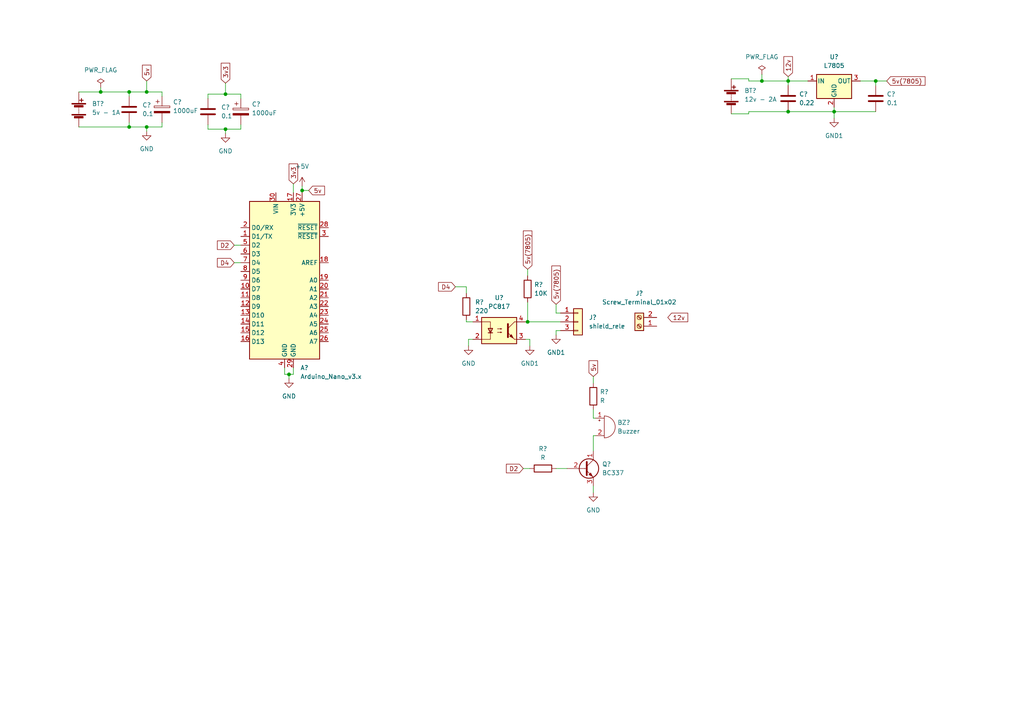
<source format=kicad_sch>
(kicad_sch (version 20211123) (generator eeschema)
  (paper "A4")
  (lib_symbols
    (symbol "Connector:Screw_Terminal_01x02" (pin_names (offset 1.016) hide)
      (property "Reference" "J" (at 0 2.54 0))
      (property "Value" "Screw_Terminal_01x02" (at 0 -5.08 0))
      (symbol "Screw_Terminal_01x02_1_1"
        (rectangle (start -1.27 1.27) (end 1.27 -3.81) (stroke (width 0.254)) (fill (type background)))
        (circle (center 0 -2.54) (radius 0.635) (stroke (width 0.1524)))
        (polyline (pts (xy -0.5334 -2.2098) (xy 0.3302 -3.048)) (stroke (width 0.1524)))
        (polyline (pts (xy -0.5334 0.3302) (xy 0.3302 -0.508)) (stroke (width 0.1524)))
        (polyline (pts (xy -0.3556 -2.032) (xy 0.508 -2.8702)) (stroke (width 0.1524)))
        (polyline (pts (xy -0.3556 0.508) (xy 0.508 -0.3302)) (stroke (width 0.1524)))
        (circle (center 0 0) (radius 0.635) (stroke (width 0.1524)))
        (pin passive line (at -5.08 0 0) (length 3.81) (name "Pin_1") (number "1"))
        (pin passive line (at -5.08 -2.54 0) (length 3.81) (name "Pin_2") (number "2"))
      )
    )
    (symbol "Connector_Generic:Conn_01x03" (pin_names (offset 1.016) hide)
      (property "Reference" "J" (at 0 5.08 0))
      (property "Value" "Conn_01x03" (at 0 -5.08 0))
      (symbol "Conn_01x03_1_1"
        (rectangle (start -1.27 -2.413) (end 0 -2.667) (stroke (width 0.1524)))
        (rectangle (start -1.27 0.127) (end 0 -0.127) (stroke (width 0.1524)))
        (rectangle (start -1.27 2.667) (end 0 2.413) (stroke (width 0.1524)))
        (rectangle (start -1.27 3.81) (end 1.27 -3.81) (stroke (width 0.254)) (fill (type background)))
        (pin passive line (at -5.08 2.54 0) (length 3.81) (name "Pin_1") (number "1"))
        (pin passive line (at -5.08 0 0) (length 3.81) (name "Pin_2") (number "2"))
        (pin passive line (at -5.08 -2.54 0) (length 3.81) (name "Pin_3") (number "3"))
      )
    )
    (symbol "Device:Battery" (pin_numbers hide) (pin_names (offset 0) hide)
      (property "Reference" "BT" (at 2.54 2.54 0))
      (property "Value" "Battery" (at 2.54 0 0))
      (symbol "Battery_0_1"
        (rectangle (start -2.032 -1.397) (end 2.032 -1.651) (fill (type outline)))
        (rectangle (start -2.032 1.778) (end 2.032 1.524) (fill (type outline)))
        (rectangle (start -1.3208 -1.9812) (end 1.27 -2.4892) (fill (type outline)))
        (rectangle (start -1.3208 1.1938) (end 1.27 0.6858) (fill (type outline)))
        (polyline (pts (xy 0 -1.524) (xy 0 -1.27)))
        (polyline (pts (xy 0 -1.016) (xy 0 -0.762)))
        (polyline (pts (xy 0 -0.508) (xy 0 -0.254)))
        (polyline (pts (xy 0 0) (xy 0 0.254)))
        (polyline (pts (xy 0 0.508) (xy 0 0.762)))
        (polyline (pts (xy 0 1.778) (xy 0 2.54)))
        (polyline (pts (xy 0.254 2.667) (xy 1.27 2.667)) (stroke (width 0.254)))
        (polyline (pts (xy 0.762 3.175) (xy 0.762 2.159)) (stroke (width 0.254)))
      )
      (symbol "Battery_1_1"
        (pin passive line (at 0 5.08 270) (length 2.54) (name "+") (number "1"))
        (pin passive line (at 0 -5.08 90) (length 2.54) (name "-") (number "2"))
      )
    )
    (symbol "Device:Buzzer" (pin_names (offset 0.0254) hide)
      (property "Reference" "BZ" (at 3.81 1.27 0))
      (property "Value" "Buzzer" (at 3.81 -1.27 0))
      (symbol "Buzzer_0_1"
        (arc (start 0 -3.175) (mid 3.175 0) (end 0 3.175))
        (polyline (pts (xy -1.651 1.905) (xy -1.143 1.905)))
        (polyline (pts (xy -1.397 2.159) (xy -1.397 1.651)))
        (polyline (pts (xy 0 3.175) (xy 0 -3.175)))
      )
      (symbol "Buzzer_1_1"
        (pin passive line (at -2.54 2.54 0) (length 2.54) (name "-") (number "1"))
        (pin passive line (at -2.54 -2.54 0) (length 2.54) (name "+") (number "2"))
      )
    )
    (symbol "Device:C" (pin_numbers hide) (pin_names (offset 0.254))
      (property "Reference" "C" (at 0.635 2.54 0))
      (property "Value" "C" (at 0.635 -2.54 0))
      (symbol "C_0_1"
        (polyline (pts (xy -2.032 -0.762) (xy 2.032 -0.762)) (stroke (width 0.508)))
        (polyline (pts (xy -2.032 0.762) (xy 2.032 0.762)) (stroke (width 0.508)))
      )
      (symbol "C_1_1"
        (pin passive line (at 0 3.81 270) (length 2.794) (name "~") (number "1"))
        (pin passive line (at 0 -3.81 90) (length 2.794) (name "~") (number "2"))
      )
    )
    (symbol "Device:C_Polarized" (pin_numbers hide) (pin_names (offset 0.254))
      (property "Reference" "C" (at 0.635 2.54 0))
      (property "Value" "C_Polarized" (at 0.635 -2.54 0))
      (symbol "C_Polarized_0_1"
        (rectangle (start -2.286 0.508) (end 2.286 1.016))
        (polyline (pts (xy -1.778 2.286) (xy -0.762 2.286)))
        (polyline (pts (xy -1.27 2.794) (xy -1.27 1.778)))
        (rectangle (start 2.286 -0.508) (end -2.286 -1.016) (fill (type outline)))
      )
      (symbol "C_Polarized_1_1"
        (pin passive line (at 0 3.81 270) (length 2.794) (name "~") (number "1"))
        (pin passive line (at 0 -3.81 90) (length 2.794) (name "~") (number "2"))
      )
    )
    (symbol "Device:R" (pin_numbers hide) (pin_names (offset 0))
      (property "Reference" "R" (at 2.032 0 90))
      (property "Value" "R" (at 0 0 90))
      (symbol "R_0_1"
        (rectangle (start -1.016 -2.54) (end 1.016 2.54) (stroke (width 0.254)))
      )
      (symbol "R_1_1"
        (pin passive line (at 0 3.81 270) (length 1.27) (name "~") (number "1"))
        (pin passive line (at 0 -3.81 90) (length 1.27) (name "~") (number "2"))
      )
    )
    (symbol "Isolator:PC817" (pin_names (offset 1.016))
      (property "Reference" "U" (at -5.08 5.08 0))
      (property "Value" "PC817" (at 0 5.08 0))
      (symbol "PC817_0_1"
        (rectangle (start -5.08 3.81) (end 5.08 -3.81) (stroke (width 0.254)) (fill (type background)))
        (polyline (pts (xy -3.175 -0.635) (xy -1.905 -0.635)) (stroke (width 0.254)))
        (polyline (pts (xy 2.54 0.635) (xy 4.445 2.54)))
        (polyline (pts (xy 4.445 -2.54) (xy 2.54 -0.635)) (fill (type outline)))
        (polyline (pts (xy 4.445 -2.54) (xy 5.08 -2.54)))
        (polyline (pts (xy 4.445 2.54) (xy 5.08 2.54)))
        (polyline (pts (xy -5.08 2.54) (xy -2.54 2.54) (xy -2.54 -0.635)))
        (polyline (pts (xy -2.54 -0.635) (xy -2.54 -2.54) (xy -5.08 -2.54)))
        (polyline (pts (xy 2.54 1.905) (xy 2.54 -1.905) (xy 2.54 -1.905)) (stroke (width 0.508)))
        (polyline (pts (xy -2.54 -0.635) (xy -3.175 0.635) (xy -1.905 0.635) (xy -2.54 -0.635)) (stroke (width 0.254)))
        (polyline (pts (xy -0.508 -0.508) (xy 0.762 -0.508) (xy 0.381 -0.635) (xy 0.381 -0.381) (xy 0.762 -0.508)))
        (polyline (pts (xy -0.508 0.508) (xy 0.762 0.508) (xy 0.381 0.381) (xy 0.381 0.635) (xy 0.762 0.508)))
        (polyline (pts (xy 3.048 -1.651) (xy 3.556 -1.143) (xy 4.064 -2.159) (xy 3.048 -1.651) (xy 3.048 -1.651)) (fill (type outline)))
      )
      (symbol "PC817_1_1"
        (pin passive line (at -7.62 2.54 0) (length 2.54) (name "~") (number "1"))
        (pin passive line (at -7.62 -2.54 0) (length 2.54) (name "~") (number "2"))
        (pin passive line (at 7.62 -2.54 180) (length 2.54) (name "~") (number "3"))
        (pin passive line (at 7.62 2.54 180) (length 2.54) (name "~") (number "4"))
      )
    )
    (symbol "MCU_Module:Arduino_Nano_v3.x"
      (property "Reference" "A" (at -10.16 23.495 0))
      (property "Value" "Arduino_Nano_v3.x" (at 5.08 -24.13 0))
      (symbol "Arduino_Nano_v3.x_0_1"
        (rectangle (start -10.16 22.86) (end 10.16 -22.86) (stroke (width 0.254)) (fill (type background)))
      )
      (symbol "Arduino_Nano_v3.x_1_1"
        (pin bidirectional line (at -12.7 12.7 0) (length 2.54) (name "D1/TX") (number "1"))
        (pin bidirectional line (at -12.7 -2.54 0) (length 2.54) (name "D7") (number "10"))
        (pin bidirectional line (at -12.7 -5.08 0) (length 2.54) (name "D8") (number "11"))
        (pin bidirectional line (at -12.7 -7.62 0) (length 2.54) (name "D9") (number "12"))
        (pin bidirectional line (at -12.7 -10.16 0) (length 2.54) (name "D10") (number "13"))
        (pin bidirectional line (at -12.7 -12.7 0) (length 2.54) (name "D11") (number "14"))
        (pin bidirectional line (at -12.7 -15.24 0) (length 2.54) (name "D12") (number "15"))
        (pin bidirectional line (at -12.7 -17.78 0) (length 2.54) (name "D13") (number "16"))
        (pin power_out line (at 2.54 25.4 270) (length 2.54) (name "3V3") (number "17"))
        (pin input line (at 12.7 5.08 180) (length 2.54) (name "AREF") (number "18"))
        (pin bidirectional line (at 12.7 0 180) (length 2.54) (name "A0") (number "19"))
        (pin bidirectional line (at -12.7 15.24 0) (length 2.54) (name "D0/RX") (number "2"))
        (pin bidirectional line (at 12.7 -2.54 180) (length 2.54) (name "A1") (number "20"))
        (pin bidirectional line (at 12.7 -5.08 180) (length 2.54) (name "A2") (number "21"))
        (pin bidirectional line (at 12.7 -7.62 180) (length 2.54) (name "A3") (number "22"))
        (pin bidirectional line (at 12.7 -10.16 180) (length 2.54) (name "A4") (number "23"))
        (pin bidirectional line (at 12.7 -12.7 180) (length 2.54) (name "A5") (number "24"))
        (pin bidirectional line (at 12.7 -15.24 180) (length 2.54) (name "A6") (number "25"))
        (pin bidirectional line (at 12.7 -17.78 180) (length 2.54) (name "A7") (number "26"))
        (pin power_out line (at 5.08 25.4 270) (length 2.54) (name "+5V") (number "27"))
        (pin input line (at 12.7 15.24 180) (length 2.54) (name "~{RESET}") (number "28"))
        (pin power_in line (at 2.54 -25.4 90) (length 2.54) (name "GND") (number "29"))
        (pin input line (at 12.7 12.7 180) (length 2.54) (name "~{RESET}") (number "3"))
        (pin power_in line (at -2.54 25.4 270) (length 2.54) (name "VIN") (number "30"))
        (pin power_in line (at 0 -25.4 90) (length 2.54) (name "GND") (number "4"))
        (pin bidirectional line (at -12.7 10.16 0) (length 2.54) (name "D2") (number "5"))
        (pin bidirectional line (at -12.7 7.62 0) (length 2.54) (name "D3") (number "6"))
        (pin bidirectional line (at -12.7 5.08 0) (length 2.54) (name "D4") (number "7"))
        (pin bidirectional line (at -12.7 2.54 0) (length 2.54) (name "D5") (number "8"))
        (pin bidirectional line (at -12.7 0 0) (length 2.54) (name "D6") (number "9"))
      )
    )
    (symbol "Regulator_Linear:L7805" (pin_names (offset 0.254))
      (property "Reference" "U" (at -3.81 3.175 0))
      (property "Value" "L7805" (at 0 3.175 0))
      (symbol "L7805_0_1"
        (rectangle (start -5.08 1.905) (end 5.08 -5.08) (stroke (width 0.254)) (fill (type background)))
      )
      (symbol "L7805_1_1"
        (pin power_in line (at -7.62 0 0) (length 2.54) (name "IN") (number "1"))
        (pin power_in line (at 0 -7.62 90) (length 2.54) (name "GND") (number "2"))
        (pin power_out line (at 7.62 0 180) (length 2.54) (name "OUT") (number "3"))
      )
    )
    (symbol "Transistor_BJT:BC337" (pin_names (offset 0) hide)
      (property "Reference" "Q" (at 5.08 1.905 0))
      (property "Value" "BC337" (at 5.08 0 0))
      (symbol "BC337_0_1"
        (polyline (pts (xy 0 0) (xy 0.635 0)))
        (polyline (pts (xy 0.635 0.635) (xy 2.54 2.54)))
        (polyline (pts (xy 0.635 -0.635) (xy 2.54 -2.54) (xy 2.54 -2.54)))
        (polyline (pts (xy 0.635 1.905) (xy 0.635 -1.905) (xy 0.635 -1.905)) (stroke (width 0.508)))
        (polyline (pts (xy 1.27 -1.778) (xy 1.778 -1.27) (xy 2.286 -2.286) (xy 1.27 -1.778) (xy 1.27 -1.778)) (fill (type outline)))
        (circle (center 1.27 0) (radius 2.8194) (stroke (width 0.254)))
      )
      (symbol "BC337_1_1"
        (pin passive line (at 2.54 5.08 270) (length 2.54) (name "C") (number "1"))
        (pin input line (at -5.08 0 0) (length 5.08) (name "B") (number "2"))
        (pin passive line (at 2.54 -5.08 90) (length 2.54) (name "E") (number "3"))
      )
    )
    (symbol "power:+5V" (power) (pin_names (offset 0))
      (property "Value" "+5V" (at 0 3.556 0))
      (symbol "+5V_0_1"
        (polyline (pts (xy -0.762 1.27) (xy 0 2.54)))
        (polyline (pts (xy 0 0) (xy 0 2.54)))
        (polyline (pts (xy 0 2.54) (xy 0.762 1.27)))
      )
      (symbol "+5V_1_1"
        (pin power_in line (at 0 0 90) (length 0) hide (name "+5V") (number "1"))
      )
    )
    (symbol "power:GND" (power) (pin_names (offset 0))
      (property "Value" "GND" (at 0 -3.81 0))
      (symbol "GND_0_1"
        (polyline (pts (xy 0 0) (xy 0 -1.27) (xy 1.27 -1.27) (xy 0 -2.54) (xy -1.27 -1.27) (xy 0 -1.27)))
      )
      (symbol "GND_1_1"
        (pin power_in line (at 0 0 270) (length 0) hide (name "GND") (number "1"))
      )
    )
    (symbol "power:GND1" (power) (pin_names (offset 0))
      (property "Value" "GND1" (at 0 -3.81 0))
      (symbol "GND1_0_1"
        (polyline (pts (xy 0 0) (xy 0 -1.27) (xy 1.27 -1.27) (xy 0 -2.54) (xy -1.27 -1.27) (xy 0 -1.27)))
      )
      (symbol "GND1_1_1"
        (pin power_in line (at 0 0 270) (length 0) hide (name "GND1") (number "1"))
      )
    )
    (symbol "power:PWR_FLAG" (power) (pin_numbers hide) (pin_names (offset 0) hide)
      (property "Value" "PWR_FLAG" (at 0 3.81 0))
      (symbol "PWR_FLAG_0_0"
        (pin power_out line (at 0 0 90) (length 0) (name "pwr") (number "1"))
      )
      (symbol "PWR_FLAG_0_1"
        (polyline (pts (xy 0 0) (xy 0 1.27) (xy -1.016 1.905) (xy 0 2.54) (xy 1.016 1.905) (xy 0 1.27)))
      )
    )
  )
  (junction (at 87.63 55.245))
  (junction (at 65.405 37.465))
  (junction (at 83.82 108.585))
  (junction (at 241.935 32.385))
  (junction (at 29.21 26.67))
  (junction (at 254 23.495))
  (junction (at 228.6 23.495))
  (junction (at 65.405 27.305))
  (junction (at 42.545 36.83))
  (junction (at 37.465 36.83))
  (junction (at 37.465 26.67))
  (junction (at 153.035 93.345))
  (junction (at 228.6 32.385))
  (junction (at 220.98 23.495))
  (junction (at 42.545 26.67))
  (wire (pts (xy 153.035 93.345) (xy 162.56 93.345)))
  (wire (pts (xy 137.16 93.345) (xy 135.255 93.345)))
  (wire (pts (xy 46.99 35.56) (xy 46.99 36.83)))
  (wire (pts (xy 137.16 98.425) (xy 135.89 98.425)))
  (wire (pts (xy 228.6 23.495) (xy 228.6 24.765)))
  (wire (pts (xy 249.555 23.495) (xy 254 23.495)))
  (wire (pts (xy 172.085 118.745) (xy 172.085 121.285)))
  (wire (pts (xy 153.035 87.63) (xy 153.035 93.345)))
  (wire (pts (xy 217.17 23.495) (xy 220.98 23.495)))
  (wire (pts (xy 46.99 36.83) (xy 42.545 36.83)))
  (wire (pts (xy 161.29 90.805) (xy 161.29 88.265)))
  (wire (pts (xy 217.17 32.385) (xy 228.6 32.385)))
  (wire (pts (xy 85.09 106.68) (xy 85.09 108.585)))
  (wire (pts (xy 153.67 98.425) (xy 152.4 98.425)))
  (wire (pts (xy 37.465 27.94) (xy 37.465 26.67)))
  (wire (pts (xy 69.85 27.305) (xy 69.85 28.575)))
  (wire (pts (xy 37.465 26.67) (xy 42.545 26.67)))
  (wire (pts (xy 29.21 25.4) (xy 29.21 26.67)))
  (wire (pts (xy 87.63 53.975) (xy 87.63 55.245)))
  (wire (pts (xy 228.6 32.385) (xy 241.935 32.385)))
  (wire (pts (xy 46.99 26.67) (xy 46.99 27.94)))
  (wire (pts (xy 135.89 98.425) (xy 135.89 100.33)))
  (wire (pts (xy 60.325 28.575) (xy 60.325 27.305)))
  (wire (pts (xy 22.86 36.83) (xy 37.465 36.83)))
  (wire (pts (xy 87.63 55.245) (xy 89.535 55.245)))
  (wire (pts (xy 151.765 135.89) (xy 153.67 135.89)))
  (wire (pts (xy 42.545 36.83) (xy 42.545 38.1)))
  (wire (pts (xy 152.4 93.345) (xy 153.035 93.345)))
  (wire (pts (xy 241.935 32.385) (xy 241.935 31.115)))
  (wire (pts (xy 65.405 37.465) (xy 65.405 38.735)))
  (wire (pts (xy 172.085 140.97) (xy 172.085 142.875)))
  (wire (pts (xy 82.55 106.68) (xy 82.55 108.585)))
  (wire (pts (xy 254 23.495) (xy 257.175 23.495)))
  (wire (pts (xy 172.085 126.365) (xy 172.085 130.81)))
  (wire (pts (xy 153.67 100.33) (xy 153.67 98.425)))
  (wire (pts (xy 83.82 109.855) (xy 83.82 108.585)))
  (wire (pts (xy 254 23.495) (xy 254 24.765)))
  (wire (pts (xy 217.17 22.86) (xy 217.17 23.495)))
  (wire (pts (xy 161.29 95.885) (xy 162.56 95.885)))
  (wire (pts (xy 22.86 26.67) (xy 29.21 26.67)))
  (wire (pts (xy 172.085 121.285) (xy 172.72 121.285)))
  (wire (pts (xy 217.17 33.02) (xy 217.17 32.385)))
  (wire (pts (xy 161.29 135.89) (xy 164.465 135.89)))
  (wire (pts (xy 228.6 22.225) (xy 228.6 23.495)))
  (wire (pts (xy 42.545 36.83) (xy 37.465 36.83)))
  (wire (pts (xy 254 32.385) (xy 241.935 32.385)))
  (wire (pts (xy 42.545 23.495) (xy 42.545 26.67)))
  (wire (pts (xy 29.21 26.67) (xy 37.465 26.67)))
  (wire (pts (xy 161.29 97.155) (xy 161.29 95.885)))
  (wire (pts (xy 65.405 37.465) (xy 60.325 37.465)))
  (wire (pts (xy 212.09 33.02) (xy 217.17 33.02)))
  (wire (pts (xy 69.85 37.465) (xy 65.405 37.465)))
  (wire (pts (xy 172.72 126.365) (xy 172.085 126.365)))
  (wire (pts (xy 135.255 93.345) (xy 135.255 92.71)))
  (wire (pts (xy 153.035 78.105) (xy 153.035 80.01)))
  (wire (pts (xy 220.98 21.59) (xy 220.98 23.495)))
  (wire (pts (xy 42.545 26.67) (xy 46.99 26.67)))
  (wire (pts (xy 85.09 53.34) (xy 85.09 55.88)))
  (wire (pts (xy 83.82 108.585) (xy 85.09 108.585)))
  (wire (pts (xy 220.98 23.495) (xy 228.6 23.495)))
  (wire (pts (xy 60.325 37.465) (xy 60.325 36.195)))
  (wire (pts (xy 87.63 55.245) (xy 87.63 55.88)))
  (wire (pts (xy 37.465 36.83) (xy 37.465 35.56)))
  (wire (pts (xy 60.325 27.305) (xy 65.405 27.305)))
  (wire (pts (xy 212.09 22.86) (xy 217.17 22.86)))
  (wire (pts (xy 65.405 27.305) (xy 69.85 27.305)))
  (wire (pts (xy 135.255 83.185) (xy 135.255 85.09)))
  (wire (pts (xy 234.315 23.495) (xy 228.6 23.495)))
  (wire (pts (xy 67.945 71.12) (xy 69.85 71.12)))
  (wire (pts (xy 241.935 32.385) (xy 241.935 34.29)))
  (wire (pts (xy 82.55 108.585) (xy 83.82 108.585)))
  (wire (pts (xy 172.085 109.22) (xy 172.085 111.125)))
  (wire (pts (xy 65.405 24.13) (xy 65.405 27.305)))
  (wire (pts (xy 69.85 36.195) (xy 69.85 37.465)))
  (wire (pts (xy 67.945 76.2) (xy 69.85 76.2)))
  (wire (pts (xy 162.56 90.805) (xy 161.29 90.805)))
  (wire (pts (xy 132.08 83.185) (xy 135.255 83.185)))
  (global_label "D2" (shape input) (at 67.945 71.12 180) (property "Intersheet References" "${INTERSHEET_REFS}" (effects hide)))
  (global_label "3v3" (shape input) (at 85.09 53.34 90) (property "Intersheet References" "${INTERSHEET_REFS}" (effects hide)))
  (global_label "5v(7805)" (shape input) (at 161.29 88.265 90) (property "Intersheet References" "${INTERSHEET_REFS}" (effects hide)))
  (global_label "D4" (shape input) (at 67.945 76.2 180) (property "Intersheet References" "${INTERSHEET_REFS}" (effects hide)))
  (global_label "5v(7805)" (shape input) (at 257.175 23.495 0) (property "Intersheet References" "${INTERSHEET_REFS}" (effects hide)))
  (global_label "5v" (shape input) (at 42.545 23.495 90) (property "Intersheet References" "${INTERSHEET_REFS}" (effects hide)))
  (global_label "12v" (shape input) (at 193.675 92.075 0) (property "Intersheet References" "${INTERSHEET_REFS}" (effects hide)))
  (global_label "3v3" (shape input) (at 65.405 24.13 90) (property "Intersheet References" "${INTERSHEET_REFS}" (effects hide)))
  (global_label "5v(7805)" (shape input) (at 153.035 78.105 90) (property "Intersheet References" "${INTERSHEET_REFS}" (effects hide)))
  (global_label "D4" (shape input) (at 132.08 83.185 180) (property "Intersheet References" "${INTERSHEET_REFS}" (effects hide)))
  (global_label "5v" (shape input) (at 89.535 55.245 0) (property "Intersheet References" "${INTERSHEET_REFS}" (effects hide)))
  (global_label "12v" (shape input) (at 228.6 22.225 90) (property "Intersheet References" "${INTERSHEET_REFS}" (effects hide)))
  (global_label "D2" (shape input) (at 151.765 135.89 180) (property "Intersheet References" "${INTERSHEET_REFS}" (effects hide)))
  (global_label "5v" (shape input) (at 172.085 109.22 90) (property "Intersheet References" "${INTERSHEET_REFS}" (effects hide)))
  (symbol (lib_id "power:PWR_FLAG") (at 29.21 25.4 0) (unit 1)
    (property "Reference" "#FLG?" (effects hide))
    (property "Value" "PWR_FLAG" (at 29.21 20.32 0))
  )
  (symbol (lib_id "Device:C_Polarized") (at 69.85 32.385 0) (unit 1)
    (property "Reference" "C?" (at 73.025 30.2259 0) (effects (justify left)))
    (property "Value" "1000uF" (at 73.025 32.7659 0) (effects (justify left)))
  )
  (symbol (lib_id "Connector_Generic:Conn_01x03") (at 167.64 93.345 0) (unit 1)
    (property "Reference" "J?" (at 170.815 92.0749 0) (effects (justify left)))
    (property "Value" "shield_rele" (at 170.815 94.6149 0) (effects (justify left)))
  )
  (symbol (lib_id "Device:R") (at 135.255 88.9 180) (unit 1)
    (property "Reference" "R?" (at 137.795 87.6299 0) (effects (justify right)))
    (property "Value" "220" (at 137.795 90.1699 0) (effects (justify right)))
  )
  (symbol (lib_id "power:PWR_FLAG") (at 220.98 21.59 0) (unit 1)
    (property "Reference" "#FLG?" (effects hide))
    (property "Value" "PWR_FLAG" (at 220.98 16.51 0))
  )
  (symbol (lib_id "Device:Battery") (at 22.86 31.75 0) (unit 1)
    (property "Reference" "BT?" (at 26.67 30.0989 0) (effects (justify left)))
    (property "Value" "5v - 1A" (at 26.67 32.6389 0) (effects (justify left)))
  )
  (symbol (lib_id "Device:C") (at 60.325 32.385 0) (unit 1)
    (property "Reference" "C?" (at 64.135 31.1149 0) (effects (justify left)))
    (property "Value" "0.1" (at 64.135 33.6549 0) (effects (justify left)))
  )
  (symbol (lib_id "Device:Buzzer") (at 175.26 123.825 0) (unit 1)
    (property "Reference" "BZ?" (at 179.07 122.5549 0) (effects (justify left)))
    (property "Value" "Buzzer" (at 179.07 125.0949 0) (effects (justify left)))
  )
  (symbol (lib_id "Device:C") (at 228.6 28.575 0) (unit 1)
    (property "Reference" "C?" (at 231.775 27.3049 0) (effects (justify left)))
    (property "Value" "0.22" (at 231.775 29.8449 0) (effects (justify left)))
  )
  (symbol (lib_id "Device:R") (at 153.035 83.82 180) (unit 1)
    (property "Reference" "R?" (at 154.94 82.5499 0) (effects (justify right)))
    (property "Value" "10K" (at 154.94 85.0899 0) (effects (justify right)))
  )
  (symbol (lib_id "Connector:Screw_Terminal_01x02") (at 185.42 94.615 180) (unit 1)
    (property "Reference" "J?" (at 185.42 85.09 0))
    (property "Value" "Screw_Terminal_01x02" (at 185.42 87.63 0))
  )
  (symbol (lib_id "power:GND") (at 172.085 142.875 0) (unit 1)
    (property "Reference" "#PWR?" (effects hide))
    (property "Value" "GND" (at 172.085 147.955 0))
  )
  (symbol (lib_id "Device:C") (at 37.465 31.75 0) (unit 1)
    (property "Reference" "C?" (at 41.275 30.4799 0) (effects (justify left)))
    (property "Value" "0.1" (at 41.275 33.0199 0) (effects (justify left)))
  )
  (symbol (lib_id "power:GND") (at 83.82 109.855 0) (unit 1)
    (property "Reference" "#PWR?" (effects hide))
    (property "Value" "GND" (at 83.82 114.935 0))
  )
  (symbol (lib_id "power:GND1") (at 153.67 100.33 0) (unit 1)
    (property "Reference" "#PWR?" (effects hide))
    (property "Value" "GND1" (at 153.67 105.41 0))
  )
  (symbol (lib_id "Isolator:PC817") (at 144.78 95.885 0) (unit 1)
    (property "Reference" "U?" (at 144.78 86.36 0))
    (property "Value" "PC817" (at 144.78 88.9 0))
    (property "Footprint" "Package_DIP:DIP-4_W7.62mm" (effects hide))
    (property "Datasheet" "http://www.soselectronic.cz/a_info/resource/d/pc817.pdf" (effects hide))
  )
  (symbol (lib_id "Device:C_Polarized") (at 46.99 31.75 0) (unit 1)
    (property "Reference" "C?" (at 50.165 29.5909 0) (effects (justify left)))
    (property "Value" "1000uF" (at 50.165 32.1309 0) (effects (justify left)))
  )
  (symbol (lib_id "Transistor_BJT:BC337") (at 169.545 135.89 0) (unit 1)
    (property "Reference" "Q?" (at 174.625 134.6199 0) (effects (justify left)))
    (property "Value" "BC337" (at 174.625 137.1599 0) (effects (justify left)))
    (property "Footprint" "Package_TO_SOT_THT:TO-92_Inline" (effects hide))
    (property "Datasheet" "https://diotec.com/tl_files/diotec/files/pdf/datasheets/bc337.pdf" (effects hide))
  )
  (symbol (lib_id "power:+5V") (at 87.63 53.975 0) (unit 1)
    (property "Reference" "#PWR?" (effects hide))
    (property "Value" "+5V" (at 87.63 48.26 0))
  )
  (symbol (lib_id "power:GND1") (at 241.935 34.29 0) (unit 1)
    (property "Reference" "#PWR?" (effects hide))
    (property "Value" "GND1" (at 241.935 39.37 0))
  )
  (symbol (lib_id "Device:C") (at 254 28.575 0) (unit 1)
    (property "Reference" "C?" (at 257.175 27.3049 0) (effects (justify left)))
    (property "Value" "0.1" (at 257.175 29.8449 0) (effects (justify left)))
  )
  (symbol (lib_id "Device:Battery") (at 212.09 27.94 0) (unit 1)
    (property "Reference" "BT?" (at 215.9 26.2889 0) (effects (justify left)))
    (property "Value" "12v - 2A" (at 215.9 28.8289 0) (effects (justify left)))
  )
  (symbol (lib_id "Device:R") (at 157.48 135.89 90) (unit 1)
    (property "Reference" "R?" (at 157.48 130.175 90))
    (property "Value" "R" (at 157.48 132.715 90))
  )
  (symbol (lib_id "power:GND1") (at 161.29 97.155 0) (unit 1)
    (property "Reference" "#PWR?" (effects hide))
    (property "Value" "GND1" (at 161.29 102.235 0))
  )
  (symbol (lib_id "Regulator_Linear:L7805") (at 241.935 23.495 0) (unit 1)
    (property "Reference" "U?" (at 241.935 16.51 0))
    (property "Value" "L7805" (at 241.935 19.05 0))
    (property "Datasheet" "http://www.st.com/content/ccc/resource/technical/document/datasheet/41/4f/b3/b0/12/d4/47/88/CD00000444.pdf/files/CD00000444.pdf/jcr:content/translations/en.CD00000444.pdf" (effects hide))
  )
  (symbol (lib_id "Device:R") (at 172.085 114.935 0) (unit 1)
    (property "Reference" "R?" (at 173.99 113.6649 0) (effects (justify left)))
    (property "Value" "R" (at 173.99 116.2049 0) (effects (justify left)))
  )
  (symbol (lib_id "MCU_Module:Arduino_Nano_v3.x") (at 82.55 81.28 0) (unit 1)
    (property "Reference" "A?" (at 87.1094 106.68 0) (effects (justify left)))
    (property "Value" "Arduino_Nano_v3.x" (at 87.1094 109.22 0) (effects (justify left)))
    (property "Footprint" "Module:Arduino_Nano" (effects hide))
    (property "Datasheet" "http://www.mouser.com/pdfdocs/Gravitech_Arduino_Nano3_0.pdf" (effects hide))
  )
  (symbol (lib_id "power:GND") (at 42.545 38.1 0) (unit 1)
    (property "Reference" "#PWR?" (effects hide))
    (property "Value" "GND" (at 42.545 43.18 0))
  )
  (symbol (lib_id "power:GND") (at 65.405 38.735 0) (unit 1)
    (property "Reference" "#PWR?" (effects hide))
    (property "Value" "GND" (at 65.405 43.815 0))
  )
  (symbol (lib_id "power:GND") (at 135.89 100.33 0) (unit 1)
    (property "Reference" "#PWR?" (effects hide))
    (property "Value" "GND" (at 135.89 105.41 0))
  )
)
</source>
